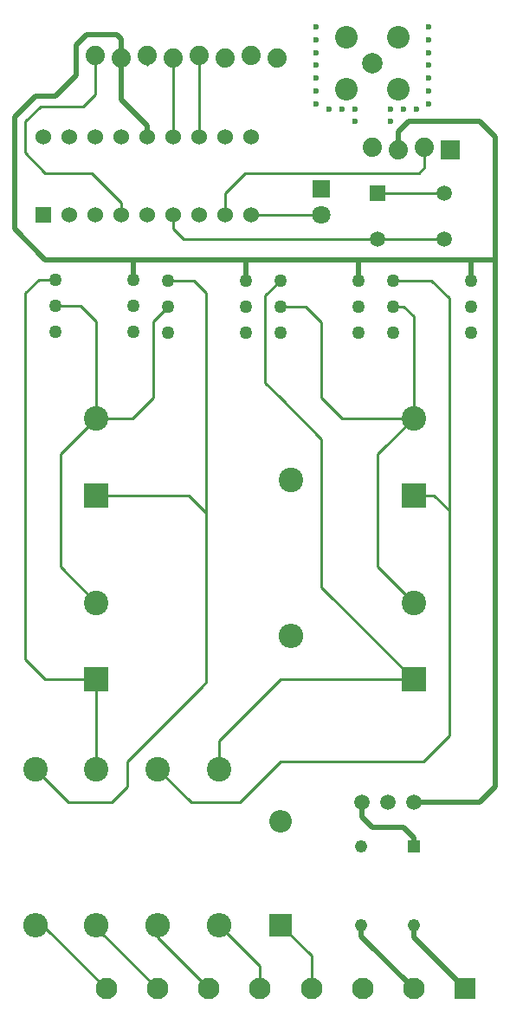
<source format=gtl>
G04 #@! TF.GenerationSoftware,KiCad,Pcbnew,(5.1.7)-1*
G04 #@! TF.CreationDate,2021-02-12T16:01:14-08:00*
G04 #@! TF.ProjectId,tx,74782e6b-6963-4616-945f-706362585858,rev?*
G04 #@! TF.SameCoordinates,Original*
G04 #@! TF.FileFunction,Copper,L1,Top*
G04 #@! TF.FilePolarity,Positive*
%FSLAX46Y46*%
G04 Gerber Fmt 4.6, Leading zero omitted, Abs format (unit mm)*
G04 Created by KiCad (PCBNEW (5.1.7)-1) date 2021-02-12 16:01:14*
%MOMM*%
%LPD*%
G01*
G04 APERTURE LIST*
G04 #@! TA.AperFunction,ComponentPad*
%ADD10C,1.498600*%
G04 #@! TD*
G04 #@! TA.AperFunction,ComponentPad*
%ADD11R,2.100000X2.100000*%
G04 #@! TD*
G04 #@! TA.AperFunction,ComponentPad*
%ADD12C,2.100000*%
G04 #@! TD*
G04 #@! TA.AperFunction,ComponentPad*
%ADD13R,1.524000X1.524000*%
G04 #@! TD*
G04 #@! TA.AperFunction,ComponentPad*
%ADD14C,1.524000*%
G04 #@! TD*
G04 #@! TA.AperFunction,ComponentPad*
%ADD15C,1.270000*%
G04 #@! TD*
G04 #@! TA.AperFunction,ComponentPad*
%ADD16R,1.498600X1.498600*%
G04 #@! TD*
G04 #@! TA.AperFunction,ComponentPad*
%ADD17O,2.400000X2.400000*%
G04 #@! TD*
G04 #@! TA.AperFunction,ComponentPad*
%ADD18C,2.400000*%
G04 #@! TD*
G04 #@! TA.AperFunction,ComponentPad*
%ADD19C,1.879600*%
G04 #@! TD*
G04 #@! TA.AperFunction,ComponentPad*
%ADD20R,1.879600X1.879600*%
G04 #@! TD*
G04 #@! TA.AperFunction,ComponentPad*
%ADD21C,2.006600*%
G04 #@! TD*
G04 #@! TA.AperFunction,ComponentPad*
%ADD22C,2.209800*%
G04 #@! TD*
G04 #@! TA.AperFunction,ComponentPad*
%ADD23R,1.210000X1.210000*%
G04 #@! TD*
G04 #@! TA.AperFunction,ComponentPad*
%ADD24C,1.210000*%
G04 #@! TD*
G04 #@! TA.AperFunction,ComponentPad*
%ADD25O,2.200000X2.200000*%
G04 #@! TD*
G04 #@! TA.AperFunction,ComponentPad*
%ADD26R,2.200000X2.200000*%
G04 #@! TD*
G04 #@! TA.AperFunction,ComponentPad*
%ADD27C,1.800000*%
G04 #@! TD*
G04 #@! TA.AperFunction,ComponentPad*
%ADD28R,1.800000X1.800000*%
G04 #@! TD*
G04 #@! TA.AperFunction,ComponentPad*
%ADD29R,2.400000X2.400000*%
G04 #@! TD*
G04 #@! TA.AperFunction,ViaPad*
%ADD30C,0.600000*%
G04 #@! TD*
G04 #@! TA.AperFunction,Conductor*
%ADD31C,0.250000*%
G04 #@! TD*
G04 #@! TA.AperFunction,Conductor*
%ADD32C,0.500000*%
G04 #@! TD*
G04 #@! TA.AperFunction,Conductor*
%ADD33C,0.152400*%
G04 #@! TD*
G04 APERTURE END LIST*
D10*
X158000000Y-124000000D03*
X155460000Y-124000000D03*
X152920000Y-124000000D03*
D11*
X163000000Y-142250000D03*
D12*
X158000000Y-142250000D03*
X153000000Y-142250000D03*
X148000000Y-142250000D03*
X143000000Y-142250000D03*
X138000000Y-142250000D03*
X133000000Y-142250000D03*
X128000000Y-142250000D03*
D13*
X121760000Y-66620000D03*
D14*
X124300000Y-66620000D03*
X126840000Y-66620000D03*
X129380000Y-66620000D03*
X131920000Y-66620000D03*
X134460000Y-66620000D03*
X137000000Y-66620000D03*
X139540000Y-66620000D03*
X142080000Y-66620000D03*
X142080000Y-59000000D03*
X139540000Y-59000000D03*
X137000000Y-59000000D03*
X134460000Y-59000000D03*
X131920000Y-59000000D03*
X129380000Y-59000000D03*
X126840000Y-59000000D03*
X124300000Y-59000000D03*
X121760000Y-59000000D03*
D15*
X145000000Y-73000000D03*
X145000000Y-75540000D03*
X145000000Y-78080000D03*
X152620000Y-78080000D03*
X152620000Y-75540000D03*
X152620000Y-73000000D03*
X156000000Y-73000000D03*
X156000000Y-75540000D03*
X156000000Y-78080000D03*
X163620000Y-78080000D03*
X163620000Y-75540000D03*
X163620000Y-73000000D03*
X123000000Y-72920000D03*
X123000000Y-75460000D03*
X123000000Y-78000000D03*
X130620000Y-78000000D03*
X130620000Y-75460000D03*
X130620000Y-72920000D03*
X134000000Y-73000000D03*
X134000000Y-75540000D03*
X134000000Y-78080000D03*
X141620000Y-78080000D03*
X141620000Y-75540000D03*
X141620000Y-73000000D03*
D16*
X154499999Y-64499999D03*
D10*
X154499999Y-69000000D03*
X161000001Y-69000000D03*
X161000001Y-64499999D03*
D17*
X139000000Y-136000000D03*
D18*
X139000000Y-120760000D03*
D17*
X133000000Y-136000000D03*
D18*
X133000000Y-120760000D03*
D17*
X127000000Y-136000000D03*
D18*
X127000000Y-120760000D03*
D17*
X121000000Y-136000000D03*
D18*
X121000000Y-120760000D03*
D17*
X146000000Y-107740000D03*
D18*
X146000000Y-92500000D03*
D19*
X154000000Y-60000000D03*
X159080000Y-60000000D03*
D20*
X161620000Y-60254000D03*
D19*
X156540000Y-60254000D03*
D21*
X154000000Y-51750000D03*
D22*
X151460000Y-49210000D03*
X151460000Y-54290000D03*
X156540000Y-54290000D03*
X156540000Y-49210000D03*
D19*
X126840000Y-51000000D03*
X129380000Y-51254000D03*
X131920000Y-51000000D03*
X134460000Y-51254000D03*
X137000000Y-51000000D03*
X139540000Y-51254000D03*
X142080000Y-51000000D03*
X144620000Y-51254000D03*
D23*
X158000000Y-128300000D03*
D24*
X152900000Y-128300000D03*
X152900000Y-136000000D03*
X158000000Y-136000000D03*
D25*
X145000000Y-125840000D03*
D26*
X145000000Y-136000000D03*
D27*
X149000000Y-66600000D03*
D28*
X149000000Y-64060000D03*
D18*
X158000000Y-104500000D03*
D29*
X158000000Y-112000000D03*
D18*
X158000000Y-86500000D03*
D29*
X158000000Y-94000000D03*
D18*
X127000000Y-104500000D03*
D29*
X127000000Y-112000000D03*
D18*
X127000000Y-86500000D03*
D29*
X127000000Y-94000000D03*
D30*
X148500000Y-48250000D03*
X148500000Y-49500000D03*
X148500000Y-50750000D03*
X148500000Y-52000000D03*
X148500000Y-53250000D03*
X148500000Y-54500000D03*
X148500000Y-55750000D03*
X149750000Y-56250000D03*
X151000000Y-56250000D03*
X152250000Y-56250000D03*
X155750000Y-56250000D03*
X157000000Y-56250000D03*
X158250000Y-56250000D03*
X159500000Y-48250000D03*
X159500000Y-49500000D03*
X159500000Y-50750000D03*
X159500000Y-52000000D03*
X159500000Y-53250000D03*
X159500000Y-54500000D03*
X159500000Y-55750000D03*
X152250000Y-57500000D03*
X155750000Y-57500000D03*
D31*
X154000000Y-86500000D02*
X158000000Y-86500000D01*
X123500000Y-90000000D02*
X127000000Y-86500000D01*
X123500000Y-101000000D02*
X123500000Y-90000000D01*
X127000000Y-104500000D02*
X123500000Y-101000000D01*
X129000000Y-86500000D02*
X127000000Y-86500000D01*
X130500000Y-86500000D02*
X129000000Y-86500000D01*
X132540000Y-84460000D02*
X130500000Y-86500000D01*
X132540000Y-77000000D02*
X132540000Y-84460000D01*
X134000000Y-75540000D02*
X132540000Y-77000000D01*
X155000000Y-89500000D02*
X158000000Y-86500000D01*
X145000000Y-75540000D02*
X147460000Y-75540000D01*
X149000000Y-77080000D02*
X149000000Y-81500000D01*
X147460000Y-75540000D02*
X149000000Y-77080000D01*
X123000000Y-75460000D02*
X125460000Y-75460000D01*
X127000000Y-77000000D02*
X127000000Y-86500000D01*
X125460000Y-75460000D02*
X127000000Y-77000000D01*
X156000000Y-75540000D02*
X157040000Y-75540000D01*
X158000000Y-76500000D02*
X158000000Y-86500000D01*
X157040000Y-75540000D02*
X158000000Y-76500000D01*
X149000000Y-81500000D02*
X149000000Y-84500000D01*
X149000000Y-84500000D02*
X151000000Y-86500000D01*
X151000000Y-86500000D02*
X154500000Y-86500000D01*
X158000000Y-104500000D02*
X154500000Y-101000000D01*
X154500000Y-101000000D02*
X154500000Y-90000000D01*
X154500000Y-90000000D02*
X155000000Y-89500000D01*
X134000000Y-73000000D02*
X135000000Y-73000000D01*
X134000000Y-73000000D02*
X136500000Y-73000000D01*
X130000000Y-122500000D02*
X130000000Y-120000000D01*
X128500000Y-124000000D02*
X130000000Y-122500000D01*
X124240000Y-124000000D02*
X128500000Y-124000000D01*
X121000000Y-120760000D02*
X124240000Y-124000000D01*
X137750000Y-112250000D02*
X137250000Y-112750000D01*
X130000000Y-120000000D02*
X137250000Y-112750000D01*
X136500000Y-73000000D02*
X137750000Y-74250000D01*
X137750000Y-74250000D02*
X137750000Y-94000000D01*
X137750000Y-95750000D02*
X137750000Y-112250000D01*
X136000000Y-94000000D02*
X137750000Y-95750000D01*
X137750000Y-94000000D02*
X137750000Y-95750000D01*
X127000000Y-94000000D02*
X136000000Y-94000000D01*
X127000000Y-120760000D02*
X127000000Y-112000000D01*
X121330000Y-72920000D02*
X123000000Y-72920000D01*
X120000000Y-110000000D02*
X120000000Y-74250000D01*
X120000000Y-74250000D02*
X121330000Y-72920000D01*
X122000000Y-112000000D02*
X120000000Y-110000000D01*
X127000000Y-112000000D02*
X122000000Y-112000000D01*
X145000000Y-120000000D02*
X159000000Y-120000000D01*
X141000000Y-124000000D02*
X145000000Y-120000000D01*
X136240000Y-124000000D02*
X141000000Y-124000000D01*
X133000000Y-120760000D02*
X136240000Y-124000000D01*
X158000000Y-73000000D02*
X156000000Y-73000000D01*
X159000000Y-120000000D02*
X161500000Y-117500000D01*
X161500000Y-74750000D02*
X161500000Y-94000000D01*
X159750000Y-73000000D02*
X161500000Y-74750000D01*
X156000000Y-73000000D02*
X159750000Y-73000000D01*
X160000000Y-94000000D02*
X161500000Y-95500000D01*
X161500000Y-95500000D02*
X161500000Y-94000000D01*
X161500000Y-117500000D02*
X161500000Y-95500000D01*
X158000000Y-94000000D02*
X160000000Y-94000000D01*
X158000000Y-112000000D02*
X152000000Y-112000000D01*
X139000000Y-118000000D02*
X139000000Y-120760000D01*
X145000000Y-112000000D02*
X139000000Y-118000000D01*
X147000000Y-112000000D02*
X145000000Y-112000000D01*
X145000000Y-73000000D02*
X143500000Y-74500000D01*
X143500000Y-74500000D02*
X143500000Y-83000000D01*
X143500000Y-83000000D02*
X145000000Y-84500000D01*
X145000000Y-84500000D02*
X149000000Y-88500000D01*
X149000000Y-112000000D02*
X147000000Y-112000000D01*
X152000000Y-112000000D02*
X149000000Y-112000000D01*
X149000000Y-103000000D02*
X149000000Y-101500000D01*
X158000000Y-112000000D02*
X149000000Y-103000000D01*
X149000000Y-88500000D02*
X149000000Y-101500000D01*
X142200000Y-66500000D02*
X142080000Y-66620000D01*
X142100000Y-66600000D02*
X142080000Y-66620000D01*
X149000000Y-66600000D02*
X142100000Y-66600000D01*
D32*
X158000000Y-128300000D02*
X158000000Y-127500000D01*
X158000000Y-127500000D02*
X157000000Y-126500000D01*
X157000000Y-126500000D02*
X154000000Y-126500000D01*
X152920000Y-125420000D02*
X152920000Y-124000000D01*
X154000000Y-126500000D02*
X152920000Y-125420000D01*
D31*
X161000001Y-64499999D02*
X154499999Y-64499999D01*
X131920000Y-51000000D02*
X131920000Y-51920000D01*
D32*
X152900000Y-137150000D02*
X158000000Y-142250000D01*
X152900000Y-136000000D02*
X152900000Y-137150000D01*
X158000000Y-137250000D02*
X163000000Y-142250000D01*
X158000000Y-136000000D02*
X158000000Y-137250000D01*
D31*
X143000000Y-140000000D02*
X139000000Y-136000000D01*
X143000000Y-142250000D02*
X143000000Y-140000000D01*
X133000000Y-137250000D02*
X133000000Y-136000000D01*
X138000000Y-142250000D02*
X133000000Y-137250000D01*
X127000000Y-136250000D02*
X127000000Y-136000000D01*
X133000000Y-142250000D02*
X127000000Y-136250000D01*
D33*
X121000000Y-136250000D02*
X121000000Y-136000000D01*
D31*
X121750000Y-136000000D02*
X121000000Y-136000000D01*
X128000000Y-142250000D02*
X121750000Y-136000000D01*
X166000000Y-76000000D02*
X166000000Y-75380000D01*
D32*
X166000000Y-120000000D02*
X166000000Y-76000000D01*
X131920000Y-57920000D02*
X131920000Y-59000000D01*
X129380000Y-55380000D02*
X131920000Y-57920000D01*
X129380000Y-51254000D02*
X129380000Y-55380000D01*
X129380000Y-49380000D02*
X129000000Y-49000000D01*
X129380000Y-51254000D02*
X129380000Y-49380000D01*
D31*
X130620000Y-71120000D02*
X130500000Y-71000000D01*
D32*
X130620000Y-72920000D02*
X130620000Y-71120000D01*
X122000000Y-71000000D02*
X130500000Y-71000000D01*
D31*
X141620000Y-71120000D02*
X141500000Y-71000000D01*
D32*
X141620000Y-73000000D02*
X141620000Y-71120000D01*
X130500000Y-71000000D02*
X141500000Y-71000000D01*
D31*
X152620000Y-71120000D02*
X152500000Y-71000000D01*
D32*
X152620000Y-73000000D02*
X152620000Y-71120000D01*
X152500000Y-71000000D02*
X163000000Y-71000000D01*
X141500000Y-71000000D02*
X152500000Y-71000000D01*
X119000000Y-68000000D02*
X122000000Y-71000000D01*
X119000000Y-57500000D02*
X119000000Y-68000000D01*
X129000000Y-49000000D02*
X126000000Y-49000000D01*
X166000000Y-71000000D02*
X166000000Y-76000000D01*
X166000000Y-60000000D02*
X166000000Y-71000000D01*
D31*
X163620000Y-71120000D02*
X163500000Y-71000000D01*
D32*
X163620000Y-73000000D02*
X163620000Y-71120000D01*
X163500000Y-71000000D02*
X166000000Y-71000000D01*
X163000000Y-71000000D02*
X163500000Y-71000000D01*
X126000000Y-49000000D02*
X125000000Y-50000000D01*
X166000000Y-60000000D02*
X166000000Y-59000000D01*
X156540000Y-60254000D02*
X156540000Y-58460000D01*
X125000000Y-50000000D02*
X125000000Y-53000000D01*
X125000000Y-53000000D02*
X123000000Y-55000000D01*
X123000000Y-55000000D02*
X121000000Y-55000000D01*
X119000000Y-57000000D02*
X121000000Y-55000000D01*
X119000000Y-57000000D02*
X119000000Y-57500000D01*
X164500000Y-57500000D02*
X157500000Y-57500000D01*
X156540000Y-58460000D02*
X157500000Y-57500000D01*
X166000000Y-59000000D02*
X164500000Y-57500000D01*
X166000000Y-120000000D02*
X166000000Y-122500000D01*
X166000000Y-122500000D02*
X164500000Y-124000000D01*
X164500000Y-124000000D02*
X158000000Y-124000000D01*
D31*
X126840000Y-54840000D02*
X126840000Y-51000000D01*
X120000000Y-60500000D02*
X120000000Y-57500000D01*
X121500000Y-56000000D02*
X125680000Y-56000000D01*
X122000000Y-62500000D02*
X120000000Y-60500000D01*
X125680000Y-56000000D02*
X126840000Y-54840000D01*
X126500000Y-62500000D02*
X122000000Y-62500000D01*
X120000000Y-57500000D02*
X121500000Y-56000000D01*
X129380000Y-65380000D02*
X126500000Y-62500000D01*
X129380000Y-66620000D02*
X129380000Y-65380000D01*
X134460000Y-51254000D02*
X134460000Y-59000000D01*
X137000000Y-51000000D02*
X137000000Y-59000000D01*
X159080000Y-61920000D02*
X159080000Y-60000000D01*
X158500000Y-62500000D02*
X159080000Y-61920000D01*
X139540000Y-64460000D02*
X141500000Y-62500000D01*
X139540000Y-66620000D02*
X139540000Y-64460000D01*
X141500000Y-62500000D02*
X158500000Y-62500000D01*
X154499999Y-69000000D02*
X161000001Y-69000000D01*
X134460000Y-66620000D02*
X134460000Y-67960000D01*
X135500000Y-69000000D02*
X137000000Y-69000000D01*
X134460000Y-67960000D02*
X135500000Y-69000000D01*
X154499999Y-69000000D02*
X137000000Y-69000000D01*
X148000000Y-139000000D02*
X145000000Y-136000000D01*
X148000000Y-142250000D02*
X148000000Y-139000000D01*
M02*

</source>
